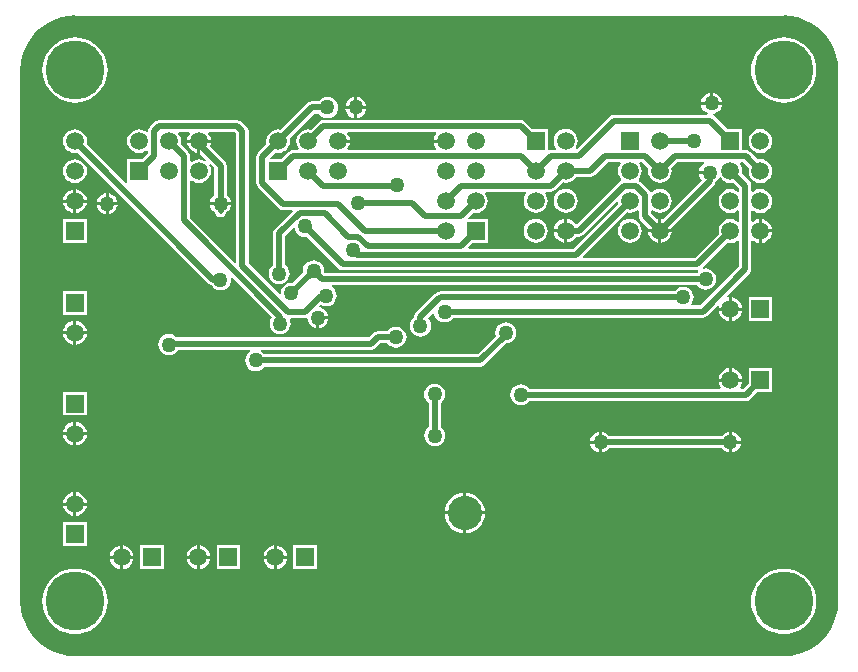
<source format=gbl>
G04 Layer_Physical_Order=2*
G04 Layer_Color=16711680*
%FSLAX24Y24*%
%MOIN*%
G70*
G01*
G75*
%ADD22C,0.0200*%
%ADD23C,0.0591*%
%ADD24R,0.0591X0.0591*%
%ADD25R,0.0591X0.0591*%
%ADD26C,0.0500*%
%ADD27C,0.1140*%
%ADD28C,0.1969*%
G36*
X23859Y19518D02*
X24092Y19472D01*
X24318Y19396D01*
X24531Y19290D01*
X24728Y19158D01*
X24907Y19002D01*
X25064Y18823D01*
X25196Y18625D01*
X25301Y18412D01*
X25378Y18187D01*
X25424Y17954D01*
X25439Y17723D01*
X25438Y17717D01*
Y0D01*
X25439Y-7D01*
X25424Y-237D01*
X25378Y-470D01*
X25301Y-695D01*
X25196Y-909D01*
X25064Y-1106D01*
X24907Y-1285D01*
X24728Y-1442D01*
X24531Y-1574D01*
X24318Y-1679D01*
X24092Y-1755D01*
X23859Y-1802D01*
X23629Y-1817D01*
X23622Y-1816D01*
X0D01*
X-7Y-1817D01*
X-237Y-1802D01*
X-470Y-1755D01*
X-695Y-1679D01*
X-909Y-1574D01*
X-1106Y-1442D01*
X-1285Y-1285D01*
X-1442Y-1106D01*
X-1574Y-909D01*
X-1679Y-695D01*
X-1755Y-470D01*
X-1802Y-237D01*
X-1817Y-7D01*
X-1816Y0D01*
Y17717D01*
X-1817Y17723D01*
X-1802Y17954D01*
X-1755Y18187D01*
X-1679Y18412D01*
X-1574Y18625D01*
X-1442Y18823D01*
X-1285Y19002D01*
X-1106Y19158D01*
X-909Y19290D01*
X-695Y19396D01*
X-470Y19472D01*
X-237Y19518D01*
X-7Y19533D01*
X0Y19532D01*
X23622D01*
X23629Y19533D01*
X23859Y19518D01*
D02*
G37*
%LPC*%
G36*
X11992Y7262D02*
X11901Y7250D01*
X11816Y7215D01*
X11743Y7159D01*
X11686Y7086D01*
X11651Y7001D01*
X11639Y6909D01*
X11651Y6818D01*
X11686Y6733D01*
X11743Y6660D01*
X11788Y6625D01*
Y5814D01*
X11746Y5781D01*
X11690Y5708D01*
X11654Y5623D01*
X11642Y5531D01*
X11654Y5440D01*
X11690Y5355D01*
X11746Y5282D01*
X11819Y5226D01*
X11904Y5191D01*
X11995Y5178D01*
X12087Y5191D01*
X12172Y5226D01*
X12245Y5282D01*
X12301Y5355D01*
X12336Y5440D01*
X12348Y5531D01*
X12336Y5623D01*
X12301Y5708D01*
X12245Y5781D01*
X12196Y5819D01*
Y6625D01*
X12242Y6660D01*
X12298Y6733D01*
X12333Y6818D01*
X12345Y6909D01*
X12333Y7001D01*
X12298Y7086D01*
X12242Y7159D01*
X12169Y7215D01*
X12083Y7250D01*
X11992Y7262D01*
D02*
G37*
G36*
X22197Y5265D02*
X21900D01*
Y4969D01*
X21942Y4974D01*
X22027Y5009D01*
X22100Y5065D01*
X22156Y5138D01*
X22191Y5224D01*
X22197Y5265D01*
D02*
G37*
G36*
X-50Y5544D02*
X-392D01*
X-385Y5491D01*
X-345Y5395D01*
X-282Y5313D01*
X-199Y5249D01*
X-103Y5209D01*
X-50Y5202D01*
Y5544D01*
D02*
G37*
G36*
X17470Y5661D02*
X17428Y5656D01*
X17343Y5621D01*
X17270Y5565D01*
X17214Y5491D01*
X17179Y5406D01*
X17173Y5365D01*
X17470D01*
Y5661D01*
D02*
G37*
G36*
X392Y5544D02*
X50D01*
Y5202D01*
X103Y5209D01*
X199Y5249D01*
X282Y5313D01*
X345Y5395D01*
X385Y5491D01*
X392Y5544D01*
D02*
G37*
G36*
X13042Y3621D02*
Y3003D01*
X13660D01*
X13652Y3084D01*
X13614Y3210D01*
X13552Y3327D01*
X13468Y3429D01*
X13366Y3513D01*
X13250Y3575D01*
X13123Y3613D01*
X13042Y3621D01*
D02*
G37*
G36*
X12942D02*
X12861Y3613D01*
X12734Y3575D01*
X12618Y3513D01*
X12516Y3429D01*
X12432Y3327D01*
X12370Y3210D01*
X12332Y3084D01*
X12324Y3003D01*
X12942D01*
Y3621D01*
D02*
G37*
G36*
X-50Y3640D02*
X-103Y3633D01*
X-199Y3593D01*
X-282Y3530D01*
X-345Y3447D01*
X-385Y3351D01*
X-392Y3298D01*
X-50D01*
Y3640D01*
D02*
G37*
G36*
X17470Y5265D02*
X17173D01*
X17179Y5224D01*
X17214Y5138D01*
X17270Y5065D01*
X17343Y5009D01*
X17428Y4974D01*
X17470Y4969D01*
Y5265D01*
D02*
G37*
G36*
X50Y3640D02*
Y3298D01*
X392D01*
X385Y3351D01*
X345Y3447D01*
X282Y3530D01*
X199Y3593D01*
X103Y3633D01*
X50Y3640D01*
D02*
G37*
G36*
X21900Y5661D02*
Y5365D01*
X22197D01*
X22191Y5406D01*
X22156Y5491D01*
X22100Y5565D01*
X22027Y5621D01*
X21942Y5656D01*
X21900Y5661D01*
D02*
G37*
G36*
Y7774D02*
Y7432D01*
X22243D01*
X22236Y7485D01*
X22196Y7581D01*
X22132Y7664D01*
X22050Y7727D01*
X21954Y7767D01*
X21900Y7774D01*
D02*
G37*
G36*
X21800D02*
X21747Y7767D01*
X21651Y7727D01*
X21568Y7664D01*
X21505Y7581D01*
X21465Y7485D01*
X21458Y7432D01*
X21800D01*
Y7774D01*
D02*
G37*
G36*
X14365Y9310D02*
X14274Y9298D01*
X14189Y9262D01*
X14116Y9206D01*
X14059Y9133D01*
X14024Y9048D01*
X14012Y8957D01*
X14024Y8865D01*
X14032Y8848D01*
X13424Y8240D01*
X6311D01*
X6276Y8285D01*
X6203Y8342D01*
X6202Y8342D01*
X6212Y8392D01*
X9875D01*
X9953Y8407D01*
X10020Y8452D01*
X10173Y8605D01*
X10414D01*
X10449Y8559D01*
X10522Y8503D01*
X10607Y8468D01*
X10699Y8456D01*
X10790Y8468D01*
X10875Y8503D01*
X10948Y8559D01*
X11005Y8633D01*
X11040Y8718D01*
X11052Y8809D01*
X11040Y8900D01*
X11005Y8986D01*
X10948Y9059D01*
X10875Y9115D01*
X10790Y9150D01*
X10699Y9162D01*
X10607Y9150D01*
X10522Y9115D01*
X10449Y9059D01*
X10414Y9013D01*
X10089D01*
X10011Y8997D01*
X9944Y8953D01*
X9791Y8800D01*
X3393D01*
X3383Y8813D01*
X3310Y8869D01*
X3225Y8904D01*
X3134Y8916D01*
X3042Y8904D01*
X2957Y8869D01*
X2884Y8813D01*
X2828Y8740D01*
X2793Y8654D01*
X2781Y8563D01*
X2793Y8472D01*
X2828Y8386D01*
X2884Y8313D01*
X2957Y8257D01*
X3042Y8222D01*
X3134Y8210D01*
X3225Y8222D01*
X3310Y8257D01*
X3383Y8313D01*
X3440Y8386D01*
X3442Y8392D01*
X5841D01*
X5851Y8342D01*
X5850Y8342D01*
X5777Y8285D01*
X5721Y8212D01*
X5685Y8127D01*
X5673Y8036D01*
X5685Y7944D01*
X5721Y7859D01*
X5777Y7786D01*
X5850Y7730D01*
X5935Y7695D01*
X6026Y7683D01*
X6118Y7695D01*
X6203Y7730D01*
X6276Y7786D01*
X6311Y7832D01*
X13508D01*
X13586Y7847D01*
X13652Y7892D01*
X14365Y8604D01*
X14365Y8604D01*
X14457Y8616D01*
X14542Y8651D01*
X14615Y8707D01*
X14671Y8780D01*
X14706Y8865D01*
X14718Y8957D01*
X14706Y9048D01*
X14671Y9133D01*
X14615Y9206D01*
X14542Y9262D01*
X14457Y9298D01*
X14365Y9310D01*
D02*
G37*
G36*
X392Y8907D02*
X50D01*
Y8565D01*
X103Y8572D01*
X199Y8611D01*
X282Y8675D01*
X345Y8757D01*
X385Y8853D01*
X392Y8907D01*
D02*
G37*
G36*
X-50D02*
X-392D01*
X-385Y8853D01*
X-345Y8757D01*
X-282Y8675D01*
X-199Y8611D01*
X-103Y8572D01*
X-50Y8565D01*
Y8907D01*
D02*
G37*
G36*
Y5987D02*
X-103Y5980D01*
X-199Y5940D01*
X-282Y5876D01*
X-345Y5794D01*
X-385Y5698D01*
X-392Y5644D01*
X-50D01*
Y5987D01*
D02*
G37*
G36*
X21800Y5661D02*
X21759Y5656D01*
X21674Y5621D01*
X21601Y5565D01*
X21566Y5519D01*
X17804D01*
X17769Y5565D01*
X17696Y5621D01*
X17611Y5656D01*
X17570Y5661D01*
Y5315D01*
Y4969D01*
X17611Y4974D01*
X17696Y5009D01*
X17769Y5065D01*
X17804Y5111D01*
X21566D01*
X21601Y5065D01*
X21674Y5009D01*
X21759Y4974D01*
X21800Y4969D01*
Y5315D01*
Y5661D01*
D02*
G37*
G36*
X50Y5987D02*
Y5644D01*
X392D01*
X385Y5698D01*
X345Y5794D01*
X282Y5876D01*
X199Y5940D01*
X103Y5980D01*
X50Y5987D01*
D02*
G37*
G36*
X23246Y7777D02*
X22455D01*
Y7275D01*
X22271Y7091D01*
X22188D01*
X22163Y7141D01*
X22196Y7183D01*
X22236Y7279D01*
X22243Y7332D01*
X21850D01*
X21458D01*
X21465Y7279D01*
X21505Y7183D01*
X21535Y7144D01*
X21510Y7094D01*
X15147D01*
X15112Y7139D01*
X15039Y7195D01*
X14954Y7231D01*
X14862Y7243D01*
X14771Y7231D01*
X14686Y7195D01*
X14613Y7139D01*
X14556Y7066D01*
X14521Y6981D01*
X14509Y6890D01*
X14521Y6798D01*
X14556Y6713D01*
X14613Y6640D01*
X14686Y6584D01*
X14771Y6549D01*
X14862Y6537D01*
X14954Y6549D01*
X15039Y6584D01*
X15112Y6640D01*
X15147Y6686D01*
X21629D01*
X21645Y6683D01*
X22355D01*
X22433Y6698D01*
X22499Y6742D01*
X22744Y6987D01*
X23246D01*
Y7777D01*
D02*
G37*
G36*
X395Y6990D02*
X-395D01*
Y6199D01*
X395D01*
Y6990D01*
D02*
G37*
G36*
X392Y3198D02*
X50D01*
Y2856D01*
X103Y2863D01*
X199Y2903D01*
X282Y2966D01*
X345Y3049D01*
X385Y3145D01*
X392Y3198D01*
D02*
G37*
G36*
X4068Y1426D02*
X3726D01*
X3733Y1373D01*
X3773Y1277D01*
X3836Y1194D01*
X3919Y1131D01*
X4015Y1091D01*
X4068Y1084D01*
Y1426D01*
D02*
G37*
G36*
X1509D02*
X1167D01*
X1174Y1373D01*
X1214Y1277D01*
X1277Y1194D01*
X1360Y1131D01*
X1456Y1091D01*
X1509Y1084D01*
Y1426D01*
D02*
G37*
G36*
X6627D02*
X6285D01*
X6292Y1373D01*
X6332Y1277D01*
X6395Y1194D01*
X6478Y1131D01*
X6574Y1091D01*
X6627Y1084D01*
Y1426D01*
D02*
G37*
G36*
X4510D02*
X4168D01*
Y1084D01*
X4221Y1091D01*
X4317Y1131D01*
X4400Y1194D01*
X4463Y1277D01*
X4503Y1373D01*
X4510Y1426D01*
D02*
G37*
G36*
X1951D02*
X1609D01*
Y1084D01*
X1662Y1091D01*
X1758Y1131D01*
X1841Y1194D01*
X1904Y1277D01*
X1944Y1373D01*
X1951Y1426D01*
D02*
G37*
G36*
X23622Y1088D02*
X23452Y1074D01*
X23286Y1034D01*
X23128Y969D01*
X22983Y880D01*
X22853Y769D01*
X22742Y639D01*
X22653Y494D01*
X22588Y336D01*
X22548Y170D01*
X22534Y0D01*
X22548Y-170D01*
X22588Y-336D01*
X22653Y-494D01*
X22742Y-639D01*
X22853Y-769D01*
X22983Y-880D01*
X23128Y-969D01*
X23286Y-1034D01*
X23452Y-1074D01*
X23622Y-1088D01*
X23792Y-1074D01*
X23958Y-1034D01*
X24116Y-969D01*
X24261Y-880D01*
X24391Y-769D01*
X24502Y-639D01*
X24591Y-494D01*
X24656Y-336D01*
X24696Y-170D01*
X24710Y0D01*
X24696Y170D01*
X24656Y336D01*
X24591Y494D01*
X24502Y639D01*
X24391Y769D01*
X24261Y880D01*
X24116Y969D01*
X23958Y1034D01*
X23792Y1074D01*
X23622Y1088D01*
D02*
G37*
G36*
X0D02*
X-170Y1074D01*
X-336Y1034D01*
X-494Y969D01*
X-639Y880D01*
X-769Y769D01*
X-880Y639D01*
X-969Y494D01*
X-1034Y336D01*
X-1074Y170D01*
X-1088Y0D01*
X-1074Y-170D01*
X-1034Y-336D01*
X-969Y-494D01*
X-880Y-639D01*
X-769Y-769D01*
X-639Y-880D01*
X-494Y-969D01*
X-336Y-1034D01*
X-170Y-1074D01*
X0Y-1088D01*
X170Y-1074D01*
X336Y-1034D01*
X494Y-969D01*
X639Y-880D01*
X769Y-769D01*
X880Y-639D01*
X969Y-494D01*
X1034Y-336D01*
X1074Y-170D01*
X1088Y0D01*
X1074Y170D01*
X1034Y336D01*
X969Y494D01*
X880Y639D01*
X769Y769D01*
X639Y880D01*
X494Y969D01*
X336Y1034D01*
X170Y1074D01*
X0Y1088D01*
D02*
G37*
G36*
X2954Y1872D02*
X2164D01*
Y1081D01*
X2954D01*
Y1872D01*
D02*
G37*
G36*
X8072D02*
X7282D01*
Y1081D01*
X8072D01*
Y1872D01*
D02*
G37*
G36*
X5513D02*
X4723D01*
Y1081D01*
X5513D01*
Y1872D01*
D02*
G37*
G36*
X7069Y1426D02*
X6727D01*
Y1084D01*
X6780Y1091D01*
X6877Y1131D01*
X6959Y1194D01*
X7022Y1277D01*
X7062Y1373D01*
X7069Y1426D01*
D02*
G37*
G36*
X395Y2643D02*
X-395D01*
Y1853D01*
X395D01*
Y2643D01*
D02*
G37*
G36*
X6727Y1868D02*
Y1526D01*
X7069D01*
X7062Y1580D01*
X7022Y1676D01*
X6959Y1758D01*
X6877Y1822D01*
X6780Y1861D01*
X6727Y1868D01*
D02*
G37*
G36*
X12942Y2903D02*
X12324D01*
X12332Y2821D01*
X12370Y2695D01*
X12432Y2579D01*
X12516Y2477D01*
X12618Y2393D01*
X12734Y2331D01*
X12861Y2292D01*
X12942Y2284D01*
Y2903D01*
D02*
G37*
G36*
X-50Y3198D02*
X-392D01*
X-385Y3145D01*
X-345Y3049D01*
X-282Y2966D01*
X-199Y2903D01*
X-103Y2863D01*
X-50Y2856D01*
Y3198D01*
D02*
G37*
G36*
X13660Y2903D02*
X13042D01*
Y2284D01*
X13123Y2292D01*
X13250Y2331D01*
X13366Y2393D01*
X13468Y2477D01*
X13552Y2579D01*
X13614Y2695D01*
X13652Y2821D01*
X13660Y2903D01*
D02*
G37*
G36*
X4068Y1868D02*
X4015Y1861D01*
X3919Y1822D01*
X3836Y1758D01*
X3773Y1676D01*
X3733Y1580D01*
X3726Y1526D01*
X4068D01*
Y1868D01*
D02*
G37*
G36*
X1509D02*
X1456Y1861D01*
X1360Y1822D01*
X1277Y1758D01*
X1214Y1676D01*
X1174Y1580D01*
X1167Y1526D01*
X1509D01*
Y1868D01*
D02*
G37*
G36*
X6627D02*
X6574Y1861D01*
X6478Y1822D01*
X6395Y1758D01*
X6332Y1676D01*
X6292Y1580D01*
X6285Y1526D01*
X6627D01*
Y1868D01*
D02*
G37*
G36*
X4168D02*
Y1526D01*
X4510D01*
X4503Y1580D01*
X4463Y1676D01*
X4400Y1758D01*
X4317Y1822D01*
X4221Y1861D01*
X4168Y1868D01*
D02*
G37*
G36*
X1609D02*
Y1526D01*
X1951D01*
X1944Y1580D01*
X1904Y1676D01*
X1841Y1758D01*
X1758Y1822D01*
X1662Y1861D01*
X1609Y1868D01*
D02*
G37*
G36*
X50Y13737D02*
Y13394D01*
X392D01*
X385Y13448D01*
X345Y13544D01*
X282Y13626D01*
X199Y13690D01*
X103Y13730D01*
X50Y13737D01*
D02*
G37*
G36*
X-50D02*
X-103Y13730D01*
X-199Y13690D01*
X-282Y13626D01*
X-345Y13544D01*
X-385Y13448D01*
X-392Y13394D01*
X-50D01*
Y13737D01*
D02*
G37*
G36*
X22850Y15749D02*
X22747Y15735D01*
X22651Y15696D01*
X22568Y15632D01*
X22505Y15550D01*
X22465Y15454D01*
X22452Y15350D01*
X22465Y15247D01*
X22505Y15151D01*
X22568Y15068D01*
X22651Y15005D01*
X22747Y14965D01*
X22850Y14952D01*
X22954Y14965D01*
X23050Y15005D01*
X23132Y15068D01*
X23196Y15151D01*
X23235Y15247D01*
X23249Y15350D01*
X23235Y15454D01*
X23196Y15550D01*
X23132Y15632D01*
X23050Y15696D01*
X22954Y15735D01*
X22850Y15749D01*
D02*
G37*
G36*
X-0Y14743D02*
X-103Y14730D01*
X-199Y14690D01*
X-282Y14626D01*
X-345Y14544D01*
X-385Y14448D01*
X-399Y14344D01*
X-385Y14241D01*
X-345Y14145D01*
X-282Y14063D01*
X-199Y13999D01*
X-103Y13959D01*
X-0Y13946D01*
X103Y13959D01*
X199Y13999D01*
X282Y14063D01*
X345Y14145D01*
X385Y14241D01*
X399Y14344D01*
X385Y14448D01*
X345Y14544D01*
X282Y14626D01*
X199Y14690D01*
X103Y14730D01*
X-0Y14743D01*
D02*
G37*
G36*
X1123Y13606D02*
Y13309D01*
X1419D01*
X1414Y13351D01*
X1379Y13436D01*
X1322Y13509D01*
X1249Y13565D01*
X1164Y13600D01*
X1123Y13606D01*
D02*
G37*
G36*
X-50Y13294D02*
X-392D01*
X-385Y13241D01*
X-345Y13145D01*
X-282Y13063D01*
X-199Y12999D01*
X-103Y12959D01*
X-50Y12952D01*
Y13294D01*
D02*
G37*
G36*
X1419Y13209D02*
X1123D01*
Y12913D01*
X1164Y12918D01*
X1249Y12953D01*
X1322Y13010D01*
X1379Y13083D01*
X1414Y13168D01*
X1419Y13209D01*
D02*
G37*
G36*
X1023Y13606D02*
X981Y13600D01*
X896Y13565D01*
X823Y13509D01*
X767Y13436D01*
X732Y13351D01*
X726Y13309D01*
X1023D01*
Y13606D01*
D02*
G37*
G36*
X392Y13294D02*
X50D01*
Y12952D01*
X103Y12959D01*
X199Y12999D01*
X282Y13063D01*
X345Y13145D01*
X385Y13241D01*
X392Y13294D01*
D02*
G37*
G36*
X23622Y18804D02*
X23452Y18791D01*
X23286Y18751D01*
X23128Y18686D01*
X22983Y18596D01*
X22853Y18486D01*
X22742Y18356D01*
X22653Y18210D01*
X22588Y18053D01*
X22548Y17887D01*
X22534Y17717D01*
X22548Y17546D01*
X22588Y17380D01*
X22653Y17223D01*
X22742Y17077D01*
X22853Y16947D01*
X22983Y16837D01*
X23128Y16747D01*
X23286Y16682D01*
X23452Y16642D01*
X23622Y16629D01*
X23792Y16642D01*
X23958Y16682D01*
X24116Y16747D01*
X24261Y16837D01*
X24391Y16947D01*
X24502Y17077D01*
X24591Y17223D01*
X24656Y17380D01*
X24696Y17546D01*
X24710Y17717D01*
X24696Y17887D01*
X24656Y18053D01*
X24591Y18210D01*
X24502Y18356D01*
X24391Y18486D01*
X24261Y18596D01*
X24116Y18686D01*
X23958Y18751D01*
X23792Y18791D01*
X23622Y18804D01*
D02*
G37*
G36*
X0D02*
X-170Y18791D01*
X-336Y18751D01*
X-494Y18686D01*
X-639Y18596D01*
X-769Y18486D01*
X-880Y18356D01*
X-969Y18210D01*
X-1034Y18053D01*
X-1074Y17887D01*
X-1088Y17717D01*
X-1074Y17546D01*
X-1034Y17380D01*
X-969Y17223D01*
X-880Y17077D01*
X-769Y16947D01*
X-639Y16837D01*
X-494Y16747D01*
X-336Y16682D01*
X-170Y16642D01*
X0Y16629D01*
X170Y16642D01*
X336Y16682D01*
X494Y16747D01*
X639Y16837D01*
X769Y16947D01*
X880Y17077D01*
X969Y17223D01*
X1034Y17380D01*
X1074Y17546D01*
X1088Y17717D01*
X1074Y17887D01*
X1034Y18053D01*
X969Y18210D01*
X880Y18356D01*
X769Y18486D01*
X639Y18596D01*
X494Y18686D01*
X336Y18751D01*
X170Y18791D01*
X0Y18804D01*
D02*
G37*
G36*
X21270Y16951D02*
Y16654D01*
X21567D01*
X21561Y16696D01*
X21526Y16781D01*
X21470Y16854D01*
X21397Y16910D01*
X21312Y16945D01*
X21270Y16951D01*
D02*
G37*
G36*
X21170D02*
X21129Y16945D01*
X21044Y16910D01*
X20971Y16854D01*
X20915Y16781D01*
X20879Y16696D01*
X20874Y16654D01*
X21170D01*
Y16951D01*
D02*
G37*
G36*
X9410Y16813D02*
Y16517D01*
X9707D01*
X9701Y16558D01*
X9666Y16643D01*
X9610Y16716D01*
X9537Y16772D01*
X9452Y16808D01*
X9410Y16813D01*
D02*
G37*
G36*
X9310Y16417D02*
X9014D01*
X9019Y16375D01*
X9055Y16290D01*
X9111Y16217D01*
X9184Y16161D01*
X9269Y16126D01*
X9310Y16120D01*
Y16417D01*
D02*
G37*
G36*
X8415Y16820D02*
X8324Y16808D01*
X8239Y16772D01*
X8166Y16716D01*
X8131Y16670D01*
X7892D01*
X7814Y16655D01*
X7748Y16611D01*
X7748Y16611D01*
X6867Y15730D01*
X6770Y15743D01*
X6666Y15730D01*
X6570Y15690D01*
X6488Y15626D01*
X6424Y15544D01*
X6385Y15448D01*
X6371Y15344D01*
X6384Y15247D01*
X6096Y14959D01*
X6052Y14893D01*
X6036Y14815D01*
Y13957D01*
X6052Y13879D01*
X6096Y13813D01*
X6803Y13106D01*
X6869Y13062D01*
X6947Y13046D01*
X7233D01*
X7252Y13000D01*
X6662Y12410D01*
X6618Y12344D01*
X6602Y12266D01*
Y11210D01*
X6557Y11175D01*
X6501Y11102D01*
X6465Y11017D01*
X6453Y10925D01*
X6465Y10834D01*
X6501Y10749D01*
X6557Y10676D01*
X6630Y10619D01*
X6715Y10584D01*
X6806Y10572D01*
X6898Y10584D01*
X6983Y10619D01*
X7056Y10676D01*
X7112Y10749D01*
X7147Y10834D01*
X7159Y10925D01*
X7147Y11017D01*
X7112Y11102D01*
X7056Y11175D01*
X7010Y11210D01*
Y12181D01*
X7285Y12456D01*
X7332Y12439D01*
X7336Y12409D01*
X7371Y12323D01*
X7427Y12250D01*
X7501Y12194D01*
X7586Y12159D01*
X7677Y12147D01*
X7734Y12154D01*
X8784Y11105D01*
X8850Y11061D01*
X8928Y11045D01*
X20749D01*
X20756Y11047D01*
X20777Y11000D01*
X20774Y10998D01*
X20739Y10952D01*
X8343D01*
X8303Y10997D01*
X8306Y11024D01*
X8294Y11116D01*
X8259Y11201D01*
X8203Y11274D01*
X8130Y11330D01*
X8045Y11365D01*
X7953Y11377D01*
X7862Y11365D01*
X7777Y11330D01*
X7704Y11274D01*
X7647Y11201D01*
X7612Y11116D01*
X7600Y11024D01*
X7608Y10967D01*
X7262Y10621D01*
X7205Y10629D01*
X7113Y10617D01*
X7028Y10581D01*
X6955Y10525D01*
X6899Y10452D01*
X6864Y10367D01*
X6852Y10276D01*
X6853Y10265D01*
X6808Y10243D01*
X5785Y11267D01*
Y15669D01*
X5769Y15747D01*
X5725Y15813D01*
X5554Y15984D01*
X5488Y16028D01*
X5410Y16044D01*
X2793D01*
X2714Y16028D01*
X2648Y15984D01*
X2494Y15830D01*
X2450Y15764D01*
X2435Y15686D01*
Y15675D01*
X2385Y15650D01*
X2333Y15690D01*
X2237Y15730D01*
X2134Y15743D01*
X2031Y15730D01*
X1935Y15690D01*
X1852Y15626D01*
X1789Y15544D01*
X1749Y15448D01*
X1735Y15344D01*
X1749Y15241D01*
X1789Y15145D01*
X1852Y15063D01*
X1935Y14999D01*
X2031Y14959D01*
X2134Y14946D01*
X2237Y14959D01*
X2333Y14999D01*
X2385Y15039D01*
X2435Y15014D01*
Y14934D01*
X2241Y14740D01*
X1739D01*
Y13996D01*
X1739Y13965D01*
X1692Y13941D01*
X386Y15247D01*
X399Y15344D01*
X385Y15448D01*
X345Y15544D01*
X282Y15626D01*
X199Y15690D01*
X103Y15730D01*
X-0Y15743D01*
X-103Y15730D01*
X-199Y15690D01*
X-282Y15626D01*
X-345Y15544D01*
X-385Y15448D01*
X-399Y15344D01*
X-385Y15241D01*
X-345Y15145D01*
X-282Y15063D01*
X-199Y14999D01*
X-103Y14959D01*
X-0Y14946D01*
X97Y14959D01*
X4472Y10584D01*
X4538Y10540D01*
X4557Y10536D01*
X4601Y10479D01*
X4675Y10423D01*
X4760Y10387D01*
X4851Y10375D01*
X4942Y10387D01*
X5028Y10423D01*
X5101Y10479D01*
X5157Y10552D01*
X5192Y10637D01*
X5204Y10728D01*
X5197Y10783D01*
X5244Y10806D01*
X6568Y9482D01*
X6535Y9438D01*
X6500Y9353D01*
X6488Y9262D01*
X6500Y9170D01*
X6535Y9085D01*
X6591Y9012D01*
X6664Y8956D01*
X6749Y8921D01*
X6841Y8909D01*
X6932Y8921D01*
X7017Y8956D01*
X7090Y9012D01*
X7146Y9085D01*
X7182Y9170D01*
X7194Y9262D01*
X7182Y9353D01*
X7157Y9411D01*
X7188Y9461D01*
X7671D01*
X7698Y9467D01*
X7704Y9466D01*
X7752Y9427D01*
X7759Y9367D01*
X7795Y9282D01*
X7851Y9209D01*
X7924Y9153D01*
X8009Y9118D01*
X8050Y9112D01*
Y9459D01*
X8100D01*
Y9509D01*
X8447D01*
X8441Y9550D01*
X8406Y9635D01*
X8350Y9708D01*
X8277Y9764D01*
X8192Y9800D01*
X8161Y9804D01*
X8145Y9851D01*
X8191Y9897D01*
X8199Y9891D01*
X8285Y9856D01*
X8376Y9844D01*
X8467Y9856D01*
X8552Y9891D01*
X8626Y9947D01*
X8682Y10020D01*
X8717Y10105D01*
X8729Y10197D01*
X8717Y10288D01*
X8682Y10373D01*
X8626Y10446D01*
X8564Y10494D01*
X8576Y10543D01*
X8576Y10544D01*
X20739D01*
X20774Y10498D01*
X20847Y10442D01*
X20932Y10407D01*
X21024Y10395D01*
X21115Y10407D01*
X21200Y10442D01*
X21273Y10498D01*
X21329Y10572D01*
X21365Y10657D01*
X21377Y10748D01*
X21365Y10839D01*
X21329Y10925D01*
X21273Y10998D01*
X21200Y11054D01*
X21115Y11089D01*
X21024Y11101D01*
X20951Y11091D01*
X20927Y11139D01*
X21753Y11965D01*
X21850Y11952D01*
X21954Y11965D01*
X22050Y12005D01*
X22092Y12038D01*
X22142Y12013D01*
Y11170D01*
X20841Y9869D01*
X20574D01*
X20549Y9919D01*
X20581Y9961D01*
X20617Y10046D01*
X20629Y10138D01*
X20617Y10229D01*
X20581Y10314D01*
X20525Y10387D01*
X20452Y10444D01*
X20367Y10479D01*
X20276Y10491D01*
X20184Y10479D01*
X20099Y10444D01*
X20026Y10387D01*
X19991Y10342D01*
X12205D01*
X12205Y10342D01*
X12127Y10326D01*
X12108Y10314D01*
X12058Y10304D01*
X11992Y10260D01*
X11372Y9639D01*
X11327Y9573D01*
X11312Y9495D01*
Y9468D01*
X11266Y9433D01*
X11210Y9360D01*
X11175Y9274D01*
X11163Y9183D01*
X11175Y9092D01*
X11210Y9007D01*
X11266Y8933D01*
X11339Y8877D01*
X11424Y8842D01*
X11516Y8830D01*
X11607Y8842D01*
X11692Y8877D01*
X11765Y8933D01*
X11821Y9007D01*
X11857Y9092D01*
X11869Y9183D01*
X11857Y9274D01*
X11821Y9360D01*
X11765Y9433D01*
X11764Y9454D01*
X11930Y9621D01*
X11978Y9605D01*
X11982Y9574D01*
X12017Y9489D01*
X12073Y9416D01*
X12146Y9360D01*
X12231Y9324D01*
X12323Y9312D01*
X12414Y9324D01*
X12499Y9360D01*
X12572Y9416D01*
X12608Y9461D01*
X20926D01*
X21004Y9477D01*
X21070Y9521D01*
X21422Y9873D01*
X21462Y9849D01*
X21465Y9845D01*
X21458Y9794D01*
X21800D01*
Y10136D01*
X21749Y10129D01*
X21745Y10132D01*
X21722Y10173D01*
X22490Y10942D01*
X22535Y11008D01*
X22550Y11086D01*
Y12019D01*
X22600Y12044D01*
X22651Y12005D01*
X22747Y11965D01*
X22800Y11958D01*
Y12350D01*
Y12742D01*
X22747Y12735D01*
X22651Y12696D01*
X22600Y12657D01*
X22550Y12681D01*
Y13019D01*
X22600Y13044D01*
X22651Y13005D01*
X22747Y12965D01*
X22850Y12952D01*
X22954Y12965D01*
X23050Y13005D01*
X23132Y13068D01*
X23196Y13151D01*
X23235Y13247D01*
X23249Y13350D01*
X23235Y13454D01*
X23196Y13550D01*
X23132Y13632D01*
X23050Y13696D01*
X22954Y13735D01*
X22850Y13749D01*
X22747Y13735D01*
X22651Y13696D01*
X22600Y13657D01*
X22550Y13681D01*
Y13854D01*
X22550Y13854D01*
X22535Y13933D01*
X22490Y13999D01*
X22490Y13999D01*
X22236Y14253D01*
X22249Y14350D01*
X22236Y14454D01*
X22196Y14550D01*
X22163Y14592D01*
X22188Y14642D01*
X22270D01*
X22465Y14448D01*
X22452Y14350D01*
X22465Y14247D01*
X22505Y14151D01*
X22568Y14068D01*
X22651Y14005D01*
X22747Y13965D01*
X22850Y13952D01*
X22954Y13965D01*
X23050Y14005D01*
X23132Y14068D01*
X23196Y14151D01*
X23235Y14247D01*
X23249Y14350D01*
X23235Y14454D01*
X23196Y14550D01*
X23132Y14632D01*
X23050Y14696D01*
X22954Y14735D01*
X22850Y14749D01*
X22753Y14736D01*
X22499Y14990D01*
X22433Y15034D01*
X22355Y15050D01*
X22246D01*
Y15746D01*
X21744D01*
X21319Y16170D01*
X21264Y16207D01*
X21270Y16257D01*
X21271Y16258D01*
X21312Y16263D01*
X21397Y16299D01*
X21470Y16355D01*
X21526Y16428D01*
X21561Y16513D01*
X21567Y16554D01*
X20874D01*
X20879Y16513D01*
X20915Y16428D01*
X20971Y16355D01*
X21044Y16299D01*
X21089Y16280D01*
X21080Y16230D01*
X17966D01*
X17888Y16214D01*
X17822Y16170D01*
X16737Y15085D01*
X16715Y15088D01*
X16694Y15142D01*
X16704Y15155D01*
X16743Y15251D01*
X16757Y15354D01*
X16743Y15458D01*
X16704Y15554D01*
X16640Y15636D01*
X16558Y15700D01*
X16461Y15739D01*
X16358Y15753D01*
X16255Y15739D01*
X16159Y15700D01*
X16076Y15636D01*
X16013Y15554D01*
X15973Y15458D01*
X15960Y15354D01*
X15973Y15251D01*
X16013Y15155D01*
X16048Y15110D01*
X16023Y15060D01*
X15860D01*
X15804Y15049D01*
X15754Y15081D01*
Y15750D01*
X15251D01*
X15011Y15990D01*
X14945Y16034D01*
X14867Y16050D01*
X8271D01*
X8193Y16034D01*
X8127Y15990D01*
X7867Y15730D01*
X7770Y15743D01*
X7666Y15730D01*
X7570Y15690D01*
X7488Y15626D01*
X7424Y15544D01*
X7385Y15448D01*
X7371Y15344D01*
X7385Y15241D01*
X7424Y15145D01*
X7459Y15100D01*
X7435Y15050D01*
X7271D01*
X7193Y15034D01*
X7127Y14990D01*
X6877Y14740D01*
X6519D01*
X6500Y14786D01*
X6672Y14959D01*
X6770Y14946D01*
X6873Y14959D01*
X6969Y14999D01*
X7052Y15063D01*
X7115Y15145D01*
X7155Y15241D01*
X7168Y15344D01*
X7156Y15442D01*
X7976Y16263D01*
X8131D01*
X8166Y16217D01*
X8239Y16161D01*
X8324Y16126D01*
X8415Y16114D01*
X8507Y16126D01*
X8592Y16161D01*
X8665Y16217D01*
X8721Y16290D01*
X8756Y16375D01*
X8768Y16467D01*
X8756Y16558D01*
X8721Y16643D01*
X8665Y16716D01*
X8592Y16772D01*
X8507Y16808D01*
X8415Y16820D01*
D02*
G37*
G36*
X9310Y16813D02*
X9269Y16808D01*
X9184Y16772D01*
X9111Y16716D01*
X9055Y16643D01*
X9019Y16558D01*
X9014Y16517D01*
X9310D01*
Y16813D01*
D02*
G37*
G36*
X9707Y16417D02*
X9410D01*
Y16120D01*
X9452Y16126D01*
X9537Y16161D01*
X9610Y16217D01*
X9666Y16290D01*
X9701Y16375D01*
X9707Y16417D01*
D02*
G37*
G36*
X1023Y13209D02*
X726D01*
X732Y13168D01*
X767Y13083D01*
X823Y13010D01*
X896Y12953D01*
X981Y12918D01*
X1023Y12913D01*
Y13209D01*
D02*
G37*
G36*
X23242Y12300D02*
X22900D01*
Y11958D01*
X22954Y11965D01*
X23050Y12005D01*
X23132Y12068D01*
X23196Y12151D01*
X23235Y12247D01*
X23242Y12300D01*
D02*
G37*
G36*
X22243Y9694D02*
X21900D01*
Y9352D01*
X21954Y9359D01*
X22050Y9399D01*
X22132Y9462D01*
X22196Y9545D01*
X22236Y9641D01*
X22243Y9694D01*
D02*
G37*
G36*
X395Y10352D02*
X-395D01*
Y9561D01*
X395D01*
Y10352D01*
D02*
G37*
G36*
Y12740D02*
X-395D01*
Y11949D01*
X395D01*
Y12740D01*
D02*
G37*
G36*
X21900Y10136D02*
Y9794D01*
X22243D01*
X22236Y9847D01*
X22196Y9943D01*
X22132Y10026D01*
X22050Y10089D01*
X21954Y10129D01*
X21900Y10136D01*
D02*
G37*
G36*
X21800Y9694D02*
X21458D01*
X21465Y9641D01*
X21505Y9545D01*
X21568Y9462D01*
X21651Y9399D01*
X21747Y9359D01*
X21800Y9352D01*
Y9694D01*
D02*
G37*
G36*
X22900Y12742D02*
Y12400D01*
X23242D01*
X23235Y12454D01*
X23196Y12550D01*
X23132Y12632D01*
X23050Y12696D01*
X22954Y12735D01*
X22900Y12742D01*
D02*
G37*
G36*
X50Y9349D02*
Y9007D01*
X392D01*
X385Y9060D01*
X345Y9156D01*
X282Y9239D01*
X199Y9302D01*
X103Y9342D01*
X50Y9349D01*
D02*
G37*
G36*
X-50D02*
X-103Y9342D01*
X-199Y9302D01*
X-282Y9239D01*
X-345Y9156D01*
X-385Y9060D01*
X-392Y9007D01*
X-50D01*
Y9349D01*
D02*
G37*
G36*
X8447Y9409D02*
X8150D01*
Y9112D01*
X8192Y9118D01*
X8277Y9153D01*
X8350Y9209D01*
X8406Y9282D01*
X8441Y9367D01*
X8447Y9409D01*
D02*
G37*
G36*
X23246Y10139D02*
X22455D01*
Y9349D01*
X23246D01*
Y10139D01*
D02*
G37*
%LPD*%
G36*
X5377Y15585D02*
Y11316D01*
X5331Y11296D01*
X3842Y12784D01*
Y14007D01*
X3893Y14031D01*
X3935Y13999D01*
X4031Y13959D01*
X4134Y13946D01*
X4237Y13959D01*
X4333Y13999D01*
X4416Y14063D01*
X4479Y14145D01*
X4519Y14241D01*
X4533Y14344D01*
X4519Y14448D01*
X4479Y14544D01*
X4519Y14572D01*
X4648Y14443D01*
Y13544D01*
X4603Y13509D01*
X4547Y13436D01*
X4511Y13351D01*
X4506Y13309D01*
X5199D01*
X5193Y13351D01*
X5158Y13436D01*
X5102Y13509D01*
X5056Y13544D01*
Y14528D01*
X5056Y14528D01*
X5041Y14606D01*
X4997Y14672D01*
X4492Y15176D01*
X4519Y15241D01*
X4526Y15294D01*
X4184D01*
Y14908D01*
X4362Y14730D01*
X4333Y14690D01*
X4237Y14730D01*
X4134Y14743D01*
X4031Y14730D01*
X3935Y14690D01*
X3893Y14658D01*
X3842Y14682D01*
Y14840D01*
X3827Y14918D01*
X3783Y14984D01*
X3520Y15247D01*
X3533Y15344D01*
X3519Y15448D01*
X3479Y15544D01*
X3447Y15586D01*
X3472Y15636D01*
X3796D01*
X3821Y15586D01*
X3789Y15544D01*
X3749Y15448D01*
X3742Y15394D01*
X4526D01*
X4519Y15448D01*
X4479Y15544D01*
X4447Y15586D01*
X4472Y15636D01*
X5326D01*
X5377Y15585D01*
D02*
G37*
G36*
X12048Y15592D02*
X12011Y15544D01*
X11971Y15448D01*
X11964Y15394D01*
X12356D01*
Y15294D01*
X11964D01*
X11971Y15241D01*
X12011Y15145D01*
X12046Y15100D01*
X12021Y15050D01*
X9105D01*
X9080Y15100D01*
X9115Y15145D01*
X9155Y15241D01*
X9162Y15294D01*
X8770D01*
Y15394D01*
X9162D01*
X9155Y15448D01*
X9115Y15544D01*
X9078Y15592D01*
X9103Y15642D01*
X12023D01*
X12048Y15592D01*
D02*
G37*
G36*
X19112Y14452D02*
X19099Y14354D01*
X19113Y14251D01*
X19153Y14155D01*
X19216Y14072D01*
X19299Y14009D01*
X19395Y13969D01*
X19498Y13956D01*
X19601Y13969D01*
X19697Y14009D01*
X19780Y14072D01*
X19843Y14155D01*
X19883Y14251D01*
X19897Y14354D01*
X19884Y14452D01*
X20074Y14642D01*
X20955D01*
X20966Y14617D01*
X20968Y14592D01*
X20902Y14541D01*
X20846Y14468D01*
X20811Y14383D01*
X20805Y14341D01*
X21152D01*
Y14241D01*
X20805D01*
X20811Y14200D01*
X20846Y14115D01*
X20900Y14044D01*
X19596Y12740D01*
X19548Y12746D01*
Y12404D01*
X19890D01*
X19884Y12452D01*
X21296Y13864D01*
X21340Y13930D01*
X21355Y14006D01*
X21401Y14042D01*
X21457Y14115D01*
X21463Y14129D01*
X21519Y14133D01*
X21568Y14068D01*
X21651Y14005D01*
X21747Y13965D01*
X21850Y13952D01*
X21948Y13965D01*
X22142Y13770D01*
Y13688D01*
X22092Y13663D01*
X22050Y13696D01*
X21954Y13735D01*
X21850Y13749D01*
X21747Y13735D01*
X21651Y13696D01*
X21568Y13632D01*
X21505Y13550D01*
X21465Y13454D01*
X21452Y13350D01*
X21465Y13247D01*
X21505Y13151D01*
X21568Y13068D01*
X21651Y13005D01*
X21747Y12965D01*
X21850Y12952D01*
X21954Y12965D01*
X22050Y13005D01*
X22092Y13038D01*
X22142Y13013D01*
Y12688D01*
X22092Y12663D01*
X22050Y12696D01*
X21954Y12735D01*
X21850Y12749D01*
X21747Y12735D01*
X21651Y12696D01*
X21568Y12632D01*
X21505Y12550D01*
X21465Y12454D01*
X21452Y12350D01*
X21465Y12253D01*
X20665Y11453D01*
X16951D01*
X16931Y11499D01*
X18401Y12968D01*
X18498Y12956D01*
X18601Y12969D01*
X18697Y13009D01*
X18739Y13041D01*
X18789Y13017D01*
Y12859D01*
X18805Y12781D01*
X18849Y12715D01*
X19112Y12452D01*
X19106Y12404D01*
X19448D01*
Y12746D01*
X19401Y12740D01*
X19197Y12944D01*
Y13024D01*
X19247Y13049D01*
X19299Y13009D01*
X19395Y12969D01*
X19498Y12956D01*
X19601Y12969D01*
X19697Y13009D01*
X19780Y13072D01*
X19843Y13155D01*
X19883Y13251D01*
X19897Y13354D01*
X19883Y13458D01*
X19843Y13554D01*
X19780Y13636D01*
X19697Y13700D01*
X19601Y13739D01*
X19498Y13753D01*
X19395Y13739D01*
X19299Y13700D01*
X19231Y13647D01*
X19222Y13646D01*
X19183Y13651D01*
X19169Y13657D01*
X19138Y13704D01*
X18847Y13994D01*
X18800Y14025D01*
X18794Y14039D01*
X18789Y14078D01*
X18791Y14087D01*
X18843Y14155D01*
X18883Y14251D01*
X18897Y14354D01*
X18883Y14458D01*
X18843Y14554D01*
X18806Y14602D01*
X18831Y14652D01*
X18912D01*
X19112Y14452D01*
D02*
G37*
G36*
X18190Y14602D02*
X18153Y14554D01*
X18113Y14458D01*
X18099Y14354D01*
X18113Y14251D01*
X18153Y14155D01*
X18205Y14087D01*
X18207Y14078D01*
X18202Y14039D01*
X18196Y14025D01*
X18149Y13994D01*
X16741Y12586D01*
X16676Y12589D01*
X16640Y12636D01*
X16558Y12700D01*
X16461Y12739D01*
X16408Y12746D01*
Y12354D01*
Y11962D01*
X16461Y11969D01*
X16558Y12009D01*
X16640Y12072D01*
X16700Y12150D01*
X16798D01*
X16876Y12166D01*
X16942Y12210D01*
X18053Y13322D01*
X18106Y13304D01*
X18112Y13257D01*
X16608Y11753D01*
X13119D01*
X13100Y11799D01*
X13249Y11949D01*
X13752D01*
Y12740D01*
X13105D01*
X13086Y12786D01*
X13259Y12959D01*
X13356Y12946D01*
X13459Y12959D01*
X13556Y12999D01*
X13638Y13063D01*
X13702Y13145D01*
X13741Y13241D01*
X13755Y13344D01*
X13741Y13448D01*
X13702Y13544D01*
X13665Y13592D01*
X13689Y13642D01*
X14346D01*
X14397Y13652D01*
X15025D01*
X15050Y13602D01*
X15013Y13554D01*
X14973Y13458D01*
X14960Y13354D01*
X14973Y13251D01*
X15013Y13155D01*
X15076Y13072D01*
X15159Y13009D01*
X15255Y12969D01*
X15358Y12956D01*
X15461Y12969D01*
X15558Y13009D01*
X15640Y13072D01*
X15704Y13155D01*
X15743Y13251D01*
X15757Y13354D01*
X15743Y13458D01*
X15704Y13554D01*
X15667Y13602D01*
X15691Y13652D01*
X15860D01*
X15938Y13667D01*
X16004Y13712D01*
X16261Y13968D01*
X16358Y13956D01*
X16461Y13969D01*
X16558Y14009D01*
X16640Y14072D01*
X16700Y14150D01*
X17176D01*
X17254Y14166D01*
X17320Y14210D01*
X17762Y14652D01*
X18165D01*
X18190Y14602D01*
D02*
G37*
%LPC*%
G36*
X5199Y13209D02*
X4506D01*
X4511Y13168D01*
X4547Y13083D01*
X4603Y13010D01*
X4657Y12968D01*
X4664Y12934D01*
X4708Y12868D01*
X4774Y12823D01*
X4852Y12808D01*
X4930Y12823D01*
X4997Y12868D01*
X5041Y12934D01*
X5048Y12968D01*
X5102Y13010D01*
X5158Y13083D01*
X5193Y13168D01*
X5199Y13209D01*
D02*
G37*
G36*
X4084Y15294D02*
X3742D01*
X3749Y15241D01*
X3789Y15145D01*
X3852Y15063D01*
X3935Y14999D01*
X4031Y14959D01*
X4084Y14952D01*
Y15294D01*
D02*
G37*
G36*
X19890Y12304D02*
X19548D01*
Y11962D01*
X19601Y11969D01*
X19697Y12009D01*
X19780Y12072D01*
X19843Y12155D01*
X19883Y12251D01*
X19890Y12304D01*
D02*
G37*
G36*
X19448D02*
X19106D01*
X19113Y12251D01*
X19153Y12155D01*
X19216Y12072D01*
X19299Y12009D01*
X19395Y11969D01*
X19448Y11962D01*
Y12304D01*
D02*
G37*
G36*
X18498Y12753D02*
X18395Y12739D01*
X18299Y12700D01*
X18216Y12636D01*
X18153Y12554D01*
X18113Y12458D01*
X18099Y12354D01*
X18113Y12251D01*
X18153Y12155D01*
X18216Y12072D01*
X18299Y12009D01*
X18395Y11969D01*
X18498Y11956D01*
X18601Y11969D01*
X18697Y12009D01*
X18780Y12072D01*
X18843Y12155D01*
X18883Y12251D01*
X18897Y12354D01*
X18883Y12458D01*
X18843Y12554D01*
X18780Y12636D01*
X18697Y12700D01*
X18601Y12739D01*
X18498Y12753D01*
D02*
G37*
G36*
X16358Y13753D02*
X16255Y13739D01*
X16159Y13700D01*
X16076Y13636D01*
X16013Y13554D01*
X15973Y13458D01*
X15960Y13354D01*
X15973Y13251D01*
X16013Y13155D01*
X16076Y13072D01*
X16159Y13009D01*
X16255Y12969D01*
X16358Y12956D01*
X16461Y12969D01*
X16558Y13009D01*
X16640Y13072D01*
X16704Y13155D01*
X16743Y13251D01*
X16757Y13354D01*
X16743Y13458D01*
X16704Y13554D01*
X16640Y13636D01*
X16558Y13700D01*
X16461Y13739D01*
X16358Y13753D01*
D02*
G37*
G36*
X16308Y12746D02*
X16255Y12739D01*
X16159Y12700D01*
X16076Y12636D01*
X16013Y12554D01*
X15973Y12458D01*
X15966Y12404D01*
X16308D01*
Y12746D01*
D02*
G37*
G36*
X15358Y12753D02*
X15255Y12739D01*
X15159Y12700D01*
X15076Y12636D01*
X15013Y12554D01*
X14973Y12458D01*
X14960Y12354D01*
X14973Y12251D01*
X15013Y12155D01*
X15076Y12072D01*
X15159Y12009D01*
X15255Y11969D01*
X15358Y11956D01*
X15461Y11969D01*
X15558Y12009D01*
X15640Y12072D01*
X15704Y12155D01*
X15743Y12251D01*
X15757Y12354D01*
X15743Y12458D01*
X15704Y12554D01*
X15640Y12636D01*
X15558Y12700D01*
X15461Y12739D01*
X15358Y12753D01*
D02*
G37*
G36*
X16308Y12304D02*
X15966D01*
X15973Y12251D01*
X16013Y12155D01*
X16076Y12072D01*
X16159Y12009D01*
X16255Y11969D01*
X16308Y11962D01*
Y12304D01*
D02*
G37*
%LPD*%
D22*
X15860Y13856D02*
X16358Y14354D01*
X14356Y13856D02*
X15860D01*
X8228Y10748D02*
X21024D01*
X19498Y12354D02*
X21152Y14008D01*
Y14291D01*
X4852Y13259D02*
Y14528D01*
Y13012D02*
Y13259D01*
X-0Y15344D02*
X4616Y10728D01*
X7892Y16467D02*
X8415D01*
X6770Y15344D02*
X7892Y16467D01*
X8928Y11249D02*
X20749D01*
X7677Y12500D02*
X8928Y11249D01*
X10700Y13849D02*
X10728Y13878D01*
X8265Y13849D02*
X10700D01*
X20926Y9665D02*
X22346Y11086D01*
X3134Y8563D02*
X3167Y8596D01*
X20749Y11249D02*
X21850Y12350D01*
X9252Y11713D02*
X9415Y11549D01*
X9449Y13287D02*
X11220D01*
X9415Y11549D02*
X16693D01*
X11220Y13287D02*
X11659Y12849D01*
X12861D01*
X13356Y13344D01*
X7770Y14344D02*
X8265Y13849D01*
X13508Y8036D02*
X14365Y8893D01*
Y8957D01*
X6026Y8036D02*
X13508D01*
X4616Y10728D02*
X4851D01*
X6770Y14344D02*
X7271Y14846D01*
X14867D01*
X15358Y14354D01*
X19498D02*
X19990Y14846D01*
X22355D01*
X22850Y14350D01*
X14867Y15846D02*
X15358Y15354D01*
X8271Y15846D02*
X14867D01*
X7770Y15344D02*
X8271Y15846D01*
X12356Y13344D02*
X12858Y13846D01*
X14346D01*
X14356Y13856D01*
X15358Y14354D02*
X15860Y14856D01*
X16796D01*
X17966Y16026D01*
X21175D01*
X21850Y15350D01*
X18997Y14856D02*
X19498Y14354D01*
X17678Y14856D02*
X18997D01*
X17176Y14354D02*
X17678Y14856D01*
X16358Y14354D02*
X17176D01*
X16693Y11549D02*
X18498Y13354D01*
X12861Y11849D02*
X13356Y12344D01*
X21850Y14350D02*
X22346Y13854D01*
Y11086D02*
Y13854D01*
X2639Y15686D02*
X2793Y15840D01*
X5410D01*
X22355Y6887D02*
X22850Y7382D01*
X21645Y6887D02*
X22355D01*
X21642Y6890D02*
X21645Y6887D01*
X14862Y6890D02*
X21642D01*
X12323Y9665D02*
X20926D01*
X11516Y9495D02*
X12136Y10115D01*
X12182D01*
X12205Y10138D01*
X20276D01*
X3167Y8596D02*
X9875D01*
X2134Y14344D02*
X2639Y14849D01*
Y15686D01*
X3134Y15344D02*
X3639Y14840D01*
Y12700D02*
Y14840D01*
X4134Y15246D02*
Y15344D01*
Y15246D02*
X4852Y14528D01*
X5410Y15840D02*
X5581Y15669D01*
X7491Y12950D02*
X8330D01*
X9117Y12163D01*
X9438D01*
X9752Y11849D02*
X12861D01*
X9438Y12163D02*
X9752Y11849D01*
X9681Y12344D02*
X12356D01*
X8775Y13250D02*
X9681Y12344D01*
X6947Y13250D02*
X8775D01*
X6240Y13957D02*
X6947Y13250D01*
X6240Y13957D02*
Y14815D01*
X6770Y15344D01*
X19498Y15354D02*
X20630D01*
X6806Y12266D02*
X7491Y12950D01*
X6806Y10925D02*
Y12266D01*
X17520Y5315D02*
X21850D01*
X16358Y12354D02*
X16798D01*
X18293Y13850D01*
X18703D01*
X18993Y13559D01*
Y12859D02*
Y13559D01*
Y12859D02*
X19498Y12354D01*
X9875Y8596D02*
X10089Y8809D01*
X10699D01*
X11516Y9183D02*
Y9495D01*
X5581Y11182D02*
Y15669D01*
X3639Y12700D02*
X6841Y9498D01*
Y9262D02*
Y9498D01*
X5581Y11182D02*
X7097Y9665D01*
X7671D01*
X8202Y10197D01*
X8376D01*
X8228Y10748D02*
Y10749D01*
X7953Y11024D02*
X8228Y10749D01*
X7205Y10276D02*
X7953Y11024D01*
X11992Y5535D02*
Y6909D01*
Y5535D02*
X11995Y5531D01*
D23*
X6677Y1476D02*
D03*
X4118D02*
D03*
X1559D02*
D03*
X-0Y3248D02*
D03*
Y5594D02*
D03*
Y8957D02*
D03*
X8770Y15344D02*
D03*
Y14344D02*
D03*
X7770Y15344D02*
D03*
Y14344D02*
D03*
X6770Y15344D02*
D03*
X12356Y12344D02*
D03*
X13356Y13344D02*
D03*
X12356D02*
D03*
X13356Y14344D02*
D03*
X12356D02*
D03*
X13356Y15344D02*
D03*
X12356D02*
D03*
X16358Y15354D02*
D03*
X15358Y14354D02*
D03*
X16358D02*
D03*
X15358Y13354D02*
D03*
X16358D02*
D03*
X15358Y12354D02*
D03*
X16358D02*
D03*
X19498Y15354D02*
D03*
X18498Y14354D02*
D03*
X19498D02*
D03*
X18498Y13354D02*
D03*
X19498D02*
D03*
X18498Y12354D02*
D03*
X19498D02*
D03*
X22850Y15350D02*
D03*
X21850Y14350D02*
D03*
X22850D02*
D03*
X21850Y13350D02*
D03*
X22850D02*
D03*
X21850Y12350D02*
D03*
X22850D02*
D03*
X4134Y15344D02*
D03*
Y14344D02*
D03*
X3134Y15344D02*
D03*
Y14344D02*
D03*
X2134Y15344D02*
D03*
X-0Y13344D02*
D03*
Y14344D02*
D03*
Y15344D02*
D03*
X21850Y7382D02*
D03*
Y9744D02*
D03*
D24*
X7677Y1476D02*
D03*
X5118D02*
D03*
X2559D02*
D03*
X6770Y14344D02*
D03*
X2134D02*
D03*
X22850Y7382D02*
D03*
Y9744D02*
D03*
D25*
X-0Y2248D02*
D03*
Y6594D02*
D03*
Y9957D02*
D03*
X13356Y12344D02*
D03*
X15358Y15354D02*
D03*
X18498D02*
D03*
X21850Y15350D02*
D03*
X-0Y12344D02*
D03*
D26*
X21024Y10748D02*
D03*
X21152Y14291D02*
D03*
X21220Y16604D02*
D03*
X8415Y16467D02*
D03*
X20276Y10138D02*
D03*
X10728Y13878D02*
D03*
X9449Y13287D02*
D03*
X9252Y11713D02*
D03*
X7677Y12500D02*
D03*
X14365Y8957D02*
D03*
X3134Y8563D02*
D03*
X4851Y10728D02*
D03*
X6026Y8036D02*
D03*
X17520Y5315D02*
D03*
X21850D02*
D03*
X14862Y6890D02*
D03*
X12323Y9665D02*
D03*
X4852Y13259D02*
D03*
X20630Y15354D02*
D03*
X6806Y10925D02*
D03*
X7953Y11024D02*
D03*
X9360Y16467D02*
D03*
X10699Y8809D02*
D03*
X11516Y9183D02*
D03*
X8100Y9459D02*
D03*
X6841Y9262D02*
D03*
X8376Y10197D02*
D03*
X7205Y10276D02*
D03*
X1073Y13259D02*
D03*
X11992Y6909D02*
D03*
X11995Y5531D02*
D03*
D27*
X12992Y2953D02*
D03*
D28*
X0Y0D02*
D03*
X23622D02*
D03*
Y17717D02*
D03*
X0D02*
D03*
M02*

</source>
